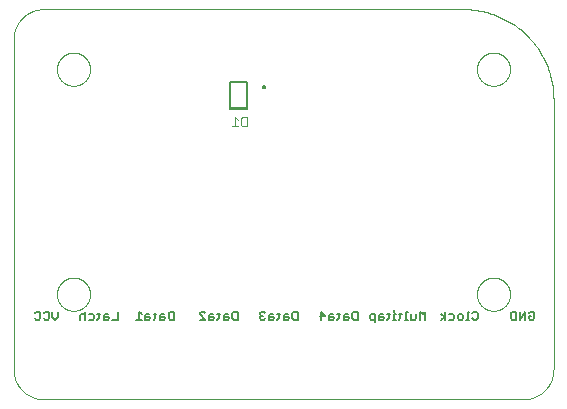
<source format=gbo>
G75*
%MOIN*%
%OFA0B0*%
%FSLAX25Y25*%
%IPPOS*%
%LPD*%
%AMOC8*
5,1,8,0,0,1.08239X$1,22.5*
%
%ADD10C,0.00000*%
%ADD11C,0.00500*%
%ADD12C,0.00787*%
%ADD13C,0.00300*%
D10*
X0022200Y0013565D02*
X0182200Y0013565D01*
X0182442Y0013568D01*
X0182683Y0013577D01*
X0182924Y0013591D01*
X0183165Y0013612D01*
X0183405Y0013638D01*
X0183645Y0013670D01*
X0183884Y0013708D01*
X0184121Y0013751D01*
X0184358Y0013801D01*
X0184593Y0013856D01*
X0184827Y0013916D01*
X0185059Y0013983D01*
X0185290Y0014054D01*
X0185519Y0014132D01*
X0185746Y0014215D01*
X0185971Y0014303D01*
X0186194Y0014397D01*
X0186414Y0014496D01*
X0186632Y0014601D01*
X0186847Y0014710D01*
X0187060Y0014825D01*
X0187270Y0014945D01*
X0187476Y0015070D01*
X0187680Y0015200D01*
X0187881Y0015335D01*
X0188078Y0015475D01*
X0188272Y0015619D01*
X0188462Y0015768D01*
X0188648Y0015922D01*
X0188831Y0016080D01*
X0189010Y0016242D01*
X0189185Y0016409D01*
X0189356Y0016580D01*
X0189523Y0016755D01*
X0189685Y0016934D01*
X0189843Y0017117D01*
X0189997Y0017303D01*
X0190146Y0017493D01*
X0190290Y0017687D01*
X0190430Y0017884D01*
X0190565Y0018085D01*
X0190695Y0018289D01*
X0190820Y0018495D01*
X0190940Y0018705D01*
X0191055Y0018918D01*
X0191164Y0019133D01*
X0191269Y0019351D01*
X0191368Y0019571D01*
X0191462Y0019794D01*
X0191550Y0020019D01*
X0191633Y0020246D01*
X0191711Y0020475D01*
X0191782Y0020706D01*
X0191849Y0020938D01*
X0191909Y0021172D01*
X0191964Y0021407D01*
X0192014Y0021644D01*
X0192057Y0021881D01*
X0192095Y0022120D01*
X0192127Y0022360D01*
X0192153Y0022600D01*
X0192174Y0022841D01*
X0192188Y0023082D01*
X0192197Y0023323D01*
X0192200Y0023565D01*
X0192200Y0113565D01*
X0166688Y0123565D02*
X0166690Y0123713D01*
X0166696Y0123861D01*
X0166706Y0124009D01*
X0166720Y0124156D01*
X0166738Y0124303D01*
X0166759Y0124449D01*
X0166785Y0124595D01*
X0166815Y0124740D01*
X0166848Y0124884D01*
X0166886Y0125027D01*
X0166927Y0125169D01*
X0166972Y0125310D01*
X0167020Y0125450D01*
X0167073Y0125589D01*
X0167129Y0125726D01*
X0167189Y0125861D01*
X0167252Y0125995D01*
X0167319Y0126127D01*
X0167390Y0126257D01*
X0167464Y0126385D01*
X0167541Y0126511D01*
X0167622Y0126635D01*
X0167706Y0126757D01*
X0167793Y0126876D01*
X0167884Y0126993D01*
X0167978Y0127108D01*
X0168074Y0127220D01*
X0168174Y0127330D01*
X0168276Y0127436D01*
X0168382Y0127540D01*
X0168490Y0127641D01*
X0168601Y0127739D01*
X0168714Y0127835D01*
X0168830Y0127927D01*
X0168948Y0128016D01*
X0169069Y0128101D01*
X0169192Y0128184D01*
X0169317Y0128263D01*
X0169444Y0128339D01*
X0169573Y0128411D01*
X0169704Y0128480D01*
X0169837Y0128545D01*
X0169972Y0128606D01*
X0170108Y0128664D01*
X0170245Y0128719D01*
X0170384Y0128769D01*
X0170525Y0128816D01*
X0170666Y0128859D01*
X0170809Y0128899D01*
X0170953Y0128934D01*
X0171097Y0128966D01*
X0171243Y0128993D01*
X0171389Y0129017D01*
X0171536Y0129037D01*
X0171683Y0129053D01*
X0171830Y0129065D01*
X0171978Y0129073D01*
X0172126Y0129077D01*
X0172274Y0129077D01*
X0172422Y0129073D01*
X0172570Y0129065D01*
X0172717Y0129053D01*
X0172864Y0129037D01*
X0173011Y0129017D01*
X0173157Y0128993D01*
X0173303Y0128966D01*
X0173447Y0128934D01*
X0173591Y0128899D01*
X0173734Y0128859D01*
X0173875Y0128816D01*
X0174016Y0128769D01*
X0174155Y0128719D01*
X0174292Y0128664D01*
X0174428Y0128606D01*
X0174563Y0128545D01*
X0174696Y0128480D01*
X0174827Y0128411D01*
X0174956Y0128339D01*
X0175083Y0128263D01*
X0175208Y0128184D01*
X0175331Y0128101D01*
X0175452Y0128016D01*
X0175570Y0127927D01*
X0175686Y0127835D01*
X0175799Y0127739D01*
X0175910Y0127641D01*
X0176018Y0127540D01*
X0176124Y0127436D01*
X0176226Y0127330D01*
X0176326Y0127220D01*
X0176422Y0127108D01*
X0176516Y0126993D01*
X0176607Y0126876D01*
X0176694Y0126757D01*
X0176778Y0126635D01*
X0176859Y0126511D01*
X0176936Y0126385D01*
X0177010Y0126257D01*
X0177081Y0126127D01*
X0177148Y0125995D01*
X0177211Y0125861D01*
X0177271Y0125726D01*
X0177327Y0125589D01*
X0177380Y0125450D01*
X0177428Y0125310D01*
X0177473Y0125169D01*
X0177514Y0125027D01*
X0177552Y0124884D01*
X0177585Y0124740D01*
X0177615Y0124595D01*
X0177641Y0124449D01*
X0177662Y0124303D01*
X0177680Y0124156D01*
X0177694Y0124009D01*
X0177704Y0123861D01*
X0177710Y0123713D01*
X0177712Y0123565D01*
X0177710Y0123417D01*
X0177704Y0123269D01*
X0177694Y0123121D01*
X0177680Y0122974D01*
X0177662Y0122827D01*
X0177641Y0122681D01*
X0177615Y0122535D01*
X0177585Y0122390D01*
X0177552Y0122246D01*
X0177514Y0122103D01*
X0177473Y0121961D01*
X0177428Y0121820D01*
X0177380Y0121680D01*
X0177327Y0121541D01*
X0177271Y0121404D01*
X0177211Y0121269D01*
X0177148Y0121135D01*
X0177081Y0121003D01*
X0177010Y0120873D01*
X0176936Y0120745D01*
X0176859Y0120619D01*
X0176778Y0120495D01*
X0176694Y0120373D01*
X0176607Y0120254D01*
X0176516Y0120137D01*
X0176422Y0120022D01*
X0176326Y0119910D01*
X0176226Y0119800D01*
X0176124Y0119694D01*
X0176018Y0119590D01*
X0175910Y0119489D01*
X0175799Y0119391D01*
X0175686Y0119295D01*
X0175570Y0119203D01*
X0175452Y0119114D01*
X0175331Y0119029D01*
X0175208Y0118946D01*
X0175083Y0118867D01*
X0174956Y0118791D01*
X0174827Y0118719D01*
X0174696Y0118650D01*
X0174563Y0118585D01*
X0174428Y0118524D01*
X0174292Y0118466D01*
X0174155Y0118411D01*
X0174016Y0118361D01*
X0173875Y0118314D01*
X0173734Y0118271D01*
X0173591Y0118231D01*
X0173447Y0118196D01*
X0173303Y0118164D01*
X0173157Y0118137D01*
X0173011Y0118113D01*
X0172864Y0118093D01*
X0172717Y0118077D01*
X0172570Y0118065D01*
X0172422Y0118057D01*
X0172274Y0118053D01*
X0172126Y0118053D01*
X0171978Y0118057D01*
X0171830Y0118065D01*
X0171683Y0118077D01*
X0171536Y0118093D01*
X0171389Y0118113D01*
X0171243Y0118137D01*
X0171097Y0118164D01*
X0170953Y0118196D01*
X0170809Y0118231D01*
X0170666Y0118271D01*
X0170525Y0118314D01*
X0170384Y0118361D01*
X0170245Y0118411D01*
X0170108Y0118466D01*
X0169972Y0118524D01*
X0169837Y0118585D01*
X0169704Y0118650D01*
X0169573Y0118719D01*
X0169444Y0118791D01*
X0169317Y0118867D01*
X0169192Y0118946D01*
X0169069Y0119029D01*
X0168948Y0119114D01*
X0168830Y0119203D01*
X0168714Y0119295D01*
X0168601Y0119391D01*
X0168490Y0119489D01*
X0168382Y0119590D01*
X0168276Y0119694D01*
X0168174Y0119800D01*
X0168074Y0119910D01*
X0167978Y0120022D01*
X0167884Y0120137D01*
X0167793Y0120254D01*
X0167706Y0120373D01*
X0167622Y0120495D01*
X0167541Y0120619D01*
X0167464Y0120745D01*
X0167390Y0120873D01*
X0167319Y0121003D01*
X0167252Y0121135D01*
X0167189Y0121269D01*
X0167129Y0121404D01*
X0167073Y0121541D01*
X0167020Y0121680D01*
X0166972Y0121820D01*
X0166927Y0121961D01*
X0166886Y0122103D01*
X0166848Y0122246D01*
X0166815Y0122390D01*
X0166785Y0122535D01*
X0166759Y0122681D01*
X0166738Y0122827D01*
X0166720Y0122974D01*
X0166706Y0123121D01*
X0166696Y0123269D01*
X0166690Y0123417D01*
X0166688Y0123565D01*
X0162200Y0143565D02*
X0162925Y0143556D01*
X0163649Y0143530D01*
X0164373Y0143486D01*
X0165095Y0143425D01*
X0165816Y0143346D01*
X0166535Y0143250D01*
X0167251Y0143137D01*
X0167964Y0143006D01*
X0168674Y0142858D01*
X0169379Y0142693D01*
X0170081Y0142511D01*
X0170778Y0142312D01*
X0171471Y0142097D01*
X0172157Y0141864D01*
X0172838Y0141615D01*
X0173513Y0141350D01*
X0174181Y0141069D01*
X0174842Y0140771D01*
X0175496Y0140458D01*
X0176142Y0140129D01*
X0176780Y0139784D01*
X0177409Y0139424D01*
X0178029Y0139049D01*
X0178640Y0138659D01*
X0179242Y0138255D01*
X0179834Y0137836D01*
X0180415Y0137402D01*
X0180986Y0136955D01*
X0181545Y0136494D01*
X0182094Y0136020D01*
X0182630Y0135533D01*
X0183155Y0135033D01*
X0183668Y0134520D01*
X0184168Y0133995D01*
X0184655Y0133459D01*
X0185129Y0132910D01*
X0185590Y0132351D01*
X0186037Y0131780D01*
X0186471Y0131199D01*
X0186890Y0130607D01*
X0187294Y0130005D01*
X0187684Y0129394D01*
X0188059Y0128774D01*
X0188419Y0128145D01*
X0188764Y0127507D01*
X0189093Y0126861D01*
X0189406Y0126207D01*
X0189704Y0125546D01*
X0189985Y0124878D01*
X0190250Y0124203D01*
X0190499Y0123522D01*
X0190732Y0122836D01*
X0190947Y0122143D01*
X0191146Y0121446D01*
X0191328Y0120744D01*
X0191493Y0120039D01*
X0191641Y0119329D01*
X0191772Y0118616D01*
X0191885Y0117900D01*
X0191981Y0117181D01*
X0192060Y0116460D01*
X0192121Y0115738D01*
X0192165Y0115014D01*
X0192191Y0114290D01*
X0192200Y0113565D01*
X0162200Y0143565D02*
X0022200Y0143565D01*
X0021958Y0143562D01*
X0021717Y0143553D01*
X0021476Y0143539D01*
X0021235Y0143518D01*
X0020995Y0143492D01*
X0020755Y0143460D01*
X0020516Y0143422D01*
X0020279Y0143379D01*
X0020042Y0143329D01*
X0019807Y0143274D01*
X0019573Y0143214D01*
X0019341Y0143147D01*
X0019110Y0143076D01*
X0018881Y0142998D01*
X0018654Y0142915D01*
X0018429Y0142827D01*
X0018206Y0142733D01*
X0017986Y0142634D01*
X0017768Y0142529D01*
X0017553Y0142420D01*
X0017340Y0142305D01*
X0017130Y0142185D01*
X0016924Y0142060D01*
X0016720Y0141930D01*
X0016519Y0141795D01*
X0016322Y0141655D01*
X0016128Y0141511D01*
X0015938Y0141362D01*
X0015752Y0141208D01*
X0015569Y0141050D01*
X0015390Y0140888D01*
X0015215Y0140721D01*
X0015044Y0140550D01*
X0014877Y0140375D01*
X0014715Y0140196D01*
X0014557Y0140013D01*
X0014403Y0139827D01*
X0014254Y0139637D01*
X0014110Y0139443D01*
X0013970Y0139246D01*
X0013835Y0139045D01*
X0013705Y0138841D01*
X0013580Y0138635D01*
X0013460Y0138425D01*
X0013345Y0138212D01*
X0013236Y0137997D01*
X0013131Y0137779D01*
X0013032Y0137559D01*
X0012938Y0137336D01*
X0012850Y0137111D01*
X0012767Y0136884D01*
X0012689Y0136655D01*
X0012618Y0136424D01*
X0012551Y0136192D01*
X0012491Y0135958D01*
X0012436Y0135723D01*
X0012386Y0135486D01*
X0012343Y0135249D01*
X0012305Y0135010D01*
X0012273Y0134770D01*
X0012247Y0134530D01*
X0012226Y0134289D01*
X0012212Y0134048D01*
X0012203Y0133807D01*
X0012200Y0133565D01*
X0012200Y0023565D01*
X0012203Y0023323D01*
X0012212Y0023082D01*
X0012226Y0022841D01*
X0012247Y0022600D01*
X0012273Y0022360D01*
X0012305Y0022120D01*
X0012343Y0021881D01*
X0012386Y0021644D01*
X0012436Y0021407D01*
X0012491Y0021172D01*
X0012551Y0020938D01*
X0012618Y0020706D01*
X0012689Y0020475D01*
X0012767Y0020246D01*
X0012850Y0020019D01*
X0012938Y0019794D01*
X0013032Y0019571D01*
X0013131Y0019351D01*
X0013236Y0019133D01*
X0013345Y0018918D01*
X0013460Y0018705D01*
X0013580Y0018495D01*
X0013705Y0018289D01*
X0013835Y0018085D01*
X0013970Y0017884D01*
X0014110Y0017687D01*
X0014254Y0017493D01*
X0014403Y0017303D01*
X0014557Y0017117D01*
X0014715Y0016934D01*
X0014877Y0016755D01*
X0015044Y0016580D01*
X0015215Y0016409D01*
X0015390Y0016242D01*
X0015569Y0016080D01*
X0015752Y0015922D01*
X0015938Y0015768D01*
X0016128Y0015619D01*
X0016322Y0015475D01*
X0016519Y0015335D01*
X0016720Y0015200D01*
X0016924Y0015070D01*
X0017130Y0014945D01*
X0017340Y0014825D01*
X0017553Y0014710D01*
X0017768Y0014601D01*
X0017986Y0014496D01*
X0018206Y0014397D01*
X0018429Y0014303D01*
X0018654Y0014215D01*
X0018881Y0014132D01*
X0019110Y0014054D01*
X0019341Y0013983D01*
X0019573Y0013916D01*
X0019807Y0013856D01*
X0020042Y0013801D01*
X0020279Y0013751D01*
X0020516Y0013708D01*
X0020755Y0013670D01*
X0020995Y0013638D01*
X0021235Y0013612D01*
X0021476Y0013591D01*
X0021717Y0013577D01*
X0021958Y0013568D01*
X0022200Y0013565D01*
X0026688Y0048565D02*
X0026690Y0048713D01*
X0026696Y0048861D01*
X0026706Y0049009D01*
X0026720Y0049156D01*
X0026738Y0049303D01*
X0026759Y0049449D01*
X0026785Y0049595D01*
X0026815Y0049740D01*
X0026848Y0049884D01*
X0026886Y0050027D01*
X0026927Y0050169D01*
X0026972Y0050310D01*
X0027020Y0050450D01*
X0027073Y0050589D01*
X0027129Y0050726D01*
X0027189Y0050861D01*
X0027252Y0050995D01*
X0027319Y0051127D01*
X0027390Y0051257D01*
X0027464Y0051385D01*
X0027541Y0051511D01*
X0027622Y0051635D01*
X0027706Y0051757D01*
X0027793Y0051876D01*
X0027884Y0051993D01*
X0027978Y0052108D01*
X0028074Y0052220D01*
X0028174Y0052330D01*
X0028276Y0052436D01*
X0028382Y0052540D01*
X0028490Y0052641D01*
X0028601Y0052739D01*
X0028714Y0052835D01*
X0028830Y0052927D01*
X0028948Y0053016D01*
X0029069Y0053101D01*
X0029192Y0053184D01*
X0029317Y0053263D01*
X0029444Y0053339D01*
X0029573Y0053411D01*
X0029704Y0053480D01*
X0029837Y0053545D01*
X0029972Y0053606D01*
X0030108Y0053664D01*
X0030245Y0053719D01*
X0030384Y0053769D01*
X0030525Y0053816D01*
X0030666Y0053859D01*
X0030809Y0053899D01*
X0030953Y0053934D01*
X0031097Y0053966D01*
X0031243Y0053993D01*
X0031389Y0054017D01*
X0031536Y0054037D01*
X0031683Y0054053D01*
X0031830Y0054065D01*
X0031978Y0054073D01*
X0032126Y0054077D01*
X0032274Y0054077D01*
X0032422Y0054073D01*
X0032570Y0054065D01*
X0032717Y0054053D01*
X0032864Y0054037D01*
X0033011Y0054017D01*
X0033157Y0053993D01*
X0033303Y0053966D01*
X0033447Y0053934D01*
X0033591Y0053899D01*
X0033734Y0053859D01*
X0033875Y0053816D01*
X0034016Y0053769D01*
X0034155Y0053719D01*
X0034292Y0053664D01*
X0034428Y0053606D01*
X0034563Y0053545D01*
X0034696Y0053480D01*
X0034827Y0053411D01*
X0034956Y0053339D01*
X0035083Y0053263D01*
X0035208Y0053184D01*
X0035331Y0053101D01*
X0035452Y0053016D01*
X0035570Y0052927D01*
X0035686Y0052835D01*
X0035799Y0052739D01*
X0035910Y0052641D01*
X0036018Y0052540D01*
X0036124Y0052436D01*
X0036226Y0052330D01*
X0036326Y0052220D01*
X0036422Y0052108D01*
X0036516Y0051993D01*
X0036607Y0051876D01*
X0036694Y0051757D01*
X0036778Y0051635D01*
X0036859Y0051511D01*
X0036936Y0051385D01*
X0037010Y0051257D01*
X0037081Y0051127D01*
X0037148Y0050995D01*
X0037211Y0050861D01*
X0037271Y0050726D01*
X0037327Y0050589D01*
X0037380Y0050450D01*
X0037428Y0050310D01*
X0037473Y0050169D01*
X0037514Y0050027D01*
X0037552Y0049884D01*
X0037585Y0049740D01*
X0037615Y0049595D01*
X0037641Y0049449D01*
X0037662Y0049303D01*
X0037680Y0049156D01*
X0037694Y0049009D01*
X0037704Y0048861D01*
X0037710Y0048713D01*
X0037712Y0048565D01*
X0037710Y0048417D01*
X0037704Y0048269D01*
X0037694Y0048121D01*
X0037680Y0047974D01*
X0037662Y0047827D01*
X0037641Y0047681D01*
X0037615Y0047535D01*
X0037585Y0047390D01*
X0037552Y0047246D01*
X0037514Y0047103D01*
X0037473Y0046961D01*
X0037428Y0046820D01*
X0037380Y0046680D01*
X0037327Y0046541D01*
X0037271Y0046404D01*
X0037211Y0046269D01*
X0037148Y0046135D01*
X0037081Y0046003D01*
X0037010Y0045873D01*
X0036936Y0045745D01*
X0036859Y0045619D01*
X0036778Y0045495D01*
X0036694Y0045373D01*
X0036607Y0045254D01*
X0036516Y0045137D01*
X0036422Y0045022D01*
X0036326Y0044910D01*
X0036226Y0044800D01*
X0036124Y0044694D01*
X0036018Y0044590D01*
X0035910Y0044489D01*
X0035799Y0044391D01*
X0035686Y0044295D01*
X0035570Y0044203D01*
X0035452Y0044114D01*
X0035331Y0044029D01*
X0035208Y0043946D01*
X0035083Y0043867D01*
X0034956Y0043791D01*
X0034827Y0043719D01*
X0034696Y0043650D01*
X0034563Y0043585D01*
X0034428Y0043524D01*
X0034292Y0043466D01*
X0034155Y0043411D01*
X0034016Y0043361D01*
X0033875Y0043314D01*
X0033734Y0043271D01*
X0033591Y0043231D01*
X0033447Y0043196D01*
X0033303Y0043164D01*
X0033157Y0043137D01*
X0033011Y0043113D01*
X0032864Y0043093D01*
X0032717Y0043077D01*
X0032570Y0043065D01*
X0032422Y0043057D01*
X0032274Y0043053D01*
X0032126Y0043053D01*
X0031978Y0043057D01*
X0031830Y0043065D01*
X0031683Y0043077D01*
X0031536Y0043093D01*
X0031389Y0043113D01*
X0031243Y0043137D01*
X0031097Y0043164D01*
X0030953Y0043196D01*
X0030809Y0043231D01*
X0030666Y0043271D01*
X0030525Y0043314D01*
X0030384Y0043361D01*
X0030245Y0043411D01*
X0030108Y0043466D01*
X0029972Y0043524D01*
X0029837Y0043585D01*
X0029704Y0043650D01*
X0029573Y0043719D01*
X0029444Y0043791D01*
X0029317Y0043867D01*
X0029192Y0043946D01*
X0029069Y0044029D01*
X0028948Y0044114D01*
X0028830Y0044203D01*
X0028714Y0044295D01*
X0028601Y0044391D01*
X0028490Y0044489D01*
X0028382Y0044590D01*
X0028276Y0044694D01*
X0028174Y0044800D01*
X0028074Y0044910D01*
X0027978Y0045022D01*
X0027884Y0045137D01*
X0027793Y0045254D01*
X0027706Y0045373D01*
X0027622Y0045495D01*
X0027541Y0045619D01*
X0027464Y0045745D01*
X0027390Y0045873D01*
X0027319Y0046003D01*
X0027252Y0046135D01*
X0027189Y0046269D01*
X0027129Y0046404D01*
X0027073Y0046541D01*
X0027020Y0046680D01*
X0026972Y0046820D01*
X0026927Y0046961D01*
X0026886Y0047103D01*
X0026848Y0047246D01*
X0026815Y0047390D01*
X0026785Y0047535D01*
X0026759Y0047681D01*
X0026738Y0047827D01*
X0026720Y0047974D01*
X0026706Y0048121D01*
X0026696Y0048269D01*
X0026690Y0048417D01*
X0026688Y0048565D01*
X0026688Y0123565D02*
X0026690Y0123713D01*
X0026696Y0123861D01*
X0026706Y0124009D01*
X0026720Y0124156D01*
X0026738Y0124303D01*
X0026759Y0124449D01*
X0026785Y0124595D01*
X0026815Y0124740D01*
X0026848Y0124884D01*
X0026886Y0125027D01*
X0026927Y0125169D01*
X0026972Y0125310D01*
X0027020Y0125450D01*
X0027073Y0125589D01*
X0027129Y0125726D01*
X0027189Y0125861D01*
X0027252Y0125995D01*
X0027319Y0126127D01*
X0027390Y0126257D01*
X0027464Y0126385D01*
X0027541Y0126511D01*
X0027622Y0126635D01*
X0027706Y0126757D01*
X0027793Y0126876D01*
X0027884Y0126993D01*
X0027978Y0127108D01*
X0028074Y0127220D01*
X0028174Y0127330D01*
X0028276Y0127436D01*
X0028382Y0127540D01*
X0028490Y0127641D01*
X0028601Y0127739D01*
X0028714Y0127835D01*
X0028830Y0127927D01*
X0028948Y0128016D01*
X0029069Y0128101D01*
X0029192Y0128184D01*
X0029317Y0128263D01*
X0029444Y0128339D01*
X0029573Y0128411D01*
X0029704Y0128480D01*
X0029837Y0128545D01*
X0029972Y0128606D01*
X0030108Y0128664D01*
X0030245Y0128719D01*
X0030384Y0128769D01*
X0030525Y0128816D01*
X0030666Y0128859D01*
X0030809Y0128899D01*
X0030953Y0128934D01*
X0031097Y0128966D01*
X0031243Y0128993D01*
X0031389Y0129017D01*
X0031536Y0129037D01*
X0031683Y0129053D01*
X0031830Y0129065D01*
X0031978Y0129073D01*
X0032126Y0129077D01*
X0032274Y0129077D01*
X0032422Y0129073D01*
X0032570Y0129065D01*
X0032717Y0129053D01*
X0032864Y0129037D01*
X0033011Y0129017D01*
X0033157Y0128993D01*
X0033303Y0128966D01*
X0033447Y0128934D01*
X0033591Y0128899D01*
X0033734Y0128859D01*
X0033875Y0128816D01*
X0034016Y0128769D01*
X0034155Y0128719D01*
X0034292Y0128664D01*
X0034428Y0128606D01*
X0034563Y0128545D01*
X0034696Y0128480D01*
X0034827Y0128411D01*
X0034956Y0128339D01*
X0035083Y0128263D01*
X0035208Y0128184D01*
X0035331Y0128101D01*
X0035452Y0128016D01*
X0035570Y0127927D01*
X0035686Y0127835D01*
X0035799Y0127739D01*
X0035910Y0127641D01*
X0036018Y0127540D01*
X0036124Y0127436D01*
X0036226Y0127330D01*
X0036326Y0127220D01*
X0036422Y0127108D01*
X0036516Y0126993D01*
X0036607Y0126876D01*
X0036694Y0126757D01*
X0036778Y0126635D01*
X0036859Y0126511D01*
X0036936Y0126385D01*
X0037010Y0126257D01*
X0037081Y0126127D01*
X0037148Y0125995D01*
X0037211Y0125861D01*
X0037271Y0125726D01*
X0037327Y0125589D01*
X0037380Y0125450D01*
X0037428Y0125310D01*
X0037473Y0125169D01*
X0037514Y0125027D01*
X0037552Y0124884D01*
X0037585Y0124740D01*
X0037615Y0124595D01*
X0037641Y0124449D01*
X0037662Y0124303D01*
X0037680Y0124156D01*
X0037694Y0124009D01*
X0037704Y0123861D01*
X0037710Y0123713D01*
X0037712Y0123565D01*
X0037710Y0123417D01*
X0037704Y0123269D01*
X0037694Y0123121D01*
X0037680Y0122974D01*
X0037662Y0122827D01*
X0037641Y0122681D01*
X0037615Y0122535D01*
X0037585Y0122390D01*
X0037552Y0122246D01*
X0037514Y0122103D01*
X0037473Y0121961D01*
X0037428Y0121820D01*
X0037380Y0121680D01*
X0037327Y0121541D01*
X0037271Y0121404D01*
X0037211Y0121269D01*
X0037148Y0121135D01*
X0037081Y0121003D01*
X0037010Y0120873D01*
X0036936Y0120745D01*
X0036859Y0120619D01*
X0036778Y0120495D01*
X0036694Y0120373D01*
X0036607Y0120254D01*
X0036516Y0120137D01*
X0036422Y0120022D01*
X0036326Y0119910D01*
X0036226Y0119800D01*
X0036124Y0119694D01*
X0036018Y0119590D01*
X0035910Y0119489D01*
X0035799Y0119391D01*
X0035686Y0119295D01*
X0035570Y0119203D01*
X0035452Y0119114D01*
X0035331Y0119029D01*
X0035208Y0118946D01*
X0035083Y0118867D01*
X0034956Y0118791D01*
X0034827Y0118719D01*
X0034696Y0118650D01*
X0034563Y0118585D01*
X0034428Y0118524D01*
X0034292Y0118466D01*
X0034155Y0118411D01*
X0034016Y0118361D01*
X0033875Y0118314D01*
X0033734Y0118271D01*
X0033591Y0118231D01*
X0033447Y0118196D01*
X0033303Y0118164D01*
X0033157Y0118137D01*
X0033011Y0118113D01*
X0032864Y0118093D01*
X0032717Y0118077D01*
X0032570Y0118065D01*
X0032422Y0118057D01*
X0032274Y0118053D01*
X0032126Y0118053D01*
X0031978Y0118057D01*
X0031830Y0118065D01*
X0031683Y0118077D01*
X0031536Y0118093D01*
X0031389Y0118113D01*
X0031243Y0118137D01*
X0031097Y0118164D01*
X0030953Y0118196D01*
X0030809Y0118231D01*
X0030666Y0118271D01*
X0030525Y0118314D01*
X0030384Y0118361D01*
X0030245Y0118411D01*
X0030108Y0118466D01*
X0029972Y0118524D01*
X0029837Y0118585D01*
X0029704Y0118650D01*
X0029573Y0118719D01*
X0029444Y0118791D01*
X0029317Y0118867D01*
X0029192Y0118946D01*
X0029069Y0119029D01*
X0028948Y0119114D01*
X0028830Y0119203D01*
X0028714Y0119295D01*
X0028601Y0119391D01*
X0028490Y0119489D01*
X0028382Y0119590D01*
X0028276Y0119694D01*
X0028174Y0119800D01*
X0028074Y0119910D01*
X0027978Y0120022D01*
X0027884Y0120137D01*
X0027793Y0120254D01*
X0027706Y0120373D01*
X0027622Y0120495D01*
X0027541Y0120619D01*
X0027464Y0120745D01*
X0027390Y0120873D01*
X0027319Y0121003D01*
X0027252Y0121135D01*
X0027189Y0121269D01*
X0027129Y0121404D01*
X0027073Y0121541D01*
X0027020Y0121680D01*
X0026972Y0121820D01*
X0026927Y0121961D01*
X0026886Y0122103D01*
X0026848Y0122246D01*
X0026815Y0122390D01*
X0026785Y0122535D01*
X0026759Y0122681D01*
X0026738Y0122827D01*
X0026720Y0122974D01*
X0026706Y0123121D01*
X0026696Y0123269D01*
X0026690Y0123417D01*
X0026688Y0123565D01*
X0166688Y0048565D02*
X0166690Y0048713D01*
X0166696Y0048861D01*
X0166706Y0049009D01*
X0166720Y0049156D01*
X0166738Y0049303D01*
X0166759Y0049449D01*
X0166785Y0049595D01*
X0166815Y0049740D01*
X0166848Y0049884D01*
X0166886Y0050027D01*
X0166927Y0050169D01*
X0166972Y0050310D01*
X0167020Y0050450D01*
X0167073Y0050589D01*
X0167129Y0050726D01*
X0167189Y0050861D01*
X0167252Y0050995D01*
X0167319Y0051127D01*
X0167390Y0051257D01*
X0167464Y0051385D01*
X0167541Y0051511D01*
X0167622Y0051635D01*
X0167706Y0051757D01*
X0167793Y0051876D01*
X0167884Y0051993D01*
X0167978Y0052108D01*
X0168074Y0052220D01*
X0168174Y0052330D01*
X0168276Y0052436D01*
X0168382Y0052540D01*
X0168490Y0052641D01*
X0168601Y0052739D01*
X0168714Y0052835D01*
X0168830Y0052927D01*
X0168948Y0053016D01*
X0169069Y0053101D01*
X0169192Y0053184D01*
X0169317Y0053263D01*
X0169444Y0053339D01*
X0169573Y0053411D01*
X0169704Y0053480D01*
X0169837Y0053545D01*
X0169972Y0053606D01*
X0170108Y0053664D01*
X0170245Y0053719D01*
X0170384Y0053769D01*
X0170525Y0053816D01*
X0170666Y0053859D01*
X0170809Y0053899D01*
X0170953Y0053934D01*
X0171097Y0053966D01*
X0171243Y0053993D01*
X0171389Y0054017D01*
X0171536Y0054037D01*
X0171683Y0054053D01*
X0171830Y0054065D01*
X0171978Y0054073D01*
X0172126Y0054077D01*
X0172274Y0054077D01*
X0172422Y0054073D01*
X0172570Y0054065D01*
X0172717Y0054053D01*
X0172864Y0054037D01*
X0173011Y0054017D01*
X0173157Y0053993D01*
X0173303Y0053966D01*
X0173447Y0053934D01*
X0173591Y0053899D01*
X0173734Y0053859D01*
X0173875Y0053816D01*
X0174016Y0053769D01*
X0174155Y0053719D01*
X0174292Y0053664D01*
X0174428Y0053606D01*
X0174563Y0053545D01*
X0174696Y0053480D01*
X0174827Y0053411D01*
X0174956Y0053339D01*
X0175083Y0053263D01*
X0175208Y0053184D01*
X0175331Y0053101D01*
X0175452Y0053016D01*
X0175570Y0052927D01*
X0175686Y0052835D01*
X0175799Y0052739D01*
X0175910Y0052641D01*
X0176018Y0052540D01*
X0176124Y0052436D01*
X0176226Y0052330D01*
X0176326Y0052220D01*
X0176422Y0052108D01*
X0176516Y0051993D01*
X0176607Y0051876D01*
X0176694Y0051757D01*
X0176778Y0051635D01*
X0176859Y0051511D01*
X0176936Y0051385D01*
X0177010Y0051257D01*
X0177081Y0051127D01*
X0177148Y0050995D01*
X0177211Y0050861D01*
X0177271Y0050726D01*
X0177327Y0050589D01*
X0177380Y0050450D01*
X0177428Y0050310D01*
X0177473Y0050169D01*
X0177514Y0050027D01*
X0177552Y0049884D01*
X0177585Y0049740D01*
X0177615Y0049595D01*
X0177641Y0049449D01*
X0177662Y0049303D01*
X0177680Y0049156D01*
X0177694Y0049009D01*
X0177704Y0048861D01*
X0177710Y0048713D01*
X0177712Y0048565D01*
X0177710Y0048417D01*
X0177704Y0048269D01*
X0177694Y0048121D01*
X0177680Y0047974D01*
X0177662Y0047827D01*
X0177641Y0047681D01*
X0177615Y0047535D01*
X0177585Y0047390D01*
X0177552Y0047246D01*
X0177514Y0047103D01*
X0177473Y0046961D01*
X0177428Y0046820D01*
X0177380Y0046680D01*
X0177327Y0046541D01*
X0177271Y0046404D01*
X0177211Y0046269D01*
X0177148Y0046135D01*
X0177081Y0046003D01*
X0177010Y0045873D01*
X0176936Y0045745D01*
X0176859Y0045619D01*
X0176778Y0045495D01*
X0176694Y0045373D01*
X0176607Y0045254D01*
X0176516Y0045137D01*
X0176422Y0045022D01*
X0176326Y0044910D01*
X0176226Y0044800D01*
X0176124Y0044694D01*
X0176018Y0044590D01*
X0175910Y0044489D01*
X0175799Y0044391D01*
X0175686Y0044295D01*
X0175570Y0044203D01*
X0175452Y0044114D01*
X0175331Y0044029D01*
X0175208Y0043946D01*
X0175083Y0043867D01*
X0174956Y0043791D01*
X0174827Y0043719D01*
X0174696Y0043650D01*
X0174563Y0043585D01*
X0174428Y0043524D01*
X0174292Y0043466D01*
X0174155Y0043411D01*
X0174016Y0043361D01*
X0173875Y0043314D01*
X0173734Y0043271D01*
X0173591Y0043231D01*
X0173447Y0043196D01*
X0173303Y0043164D01*
X0173157Y0043137D01*
X0173011Y0043113D01*
X0172864Y0043093D01*
X0172717Y0043077D01*
X0172570Y0043065D01*
X0172422Y0043057D01*
X0172274Y0043053D01*
X0172126Y0043053D01*
X0171978Y0043057D01*
X0171830Y0043065D01*
X0171683Y0043077D01*
X0171536Y0043093D01*
X0171389Y0043113D01*
X0171243Y0043137D01*
X0171097Y0043164D01*
X0170953Y0043196D01*
X0170809Y0043231D01*
X0170666Y0043271D01*
X0170525Y0043314D01*
X0170384Y0043361D01*
X0170245Y0043411D01*
X0170108Y0043466D01*
X0169972Y0043524D01*
X0169837Y0043585D01*
X0169704Y0043650D01*
X0169573Y0043719D01*
X0169444Y0043791D01*
X0169317Y0043867D01*
X0169192Y0043946D01*
X0169069Y0044029D01*
X0168948Y0044114D01*
X0168830Y0044203D01*
X0168714Y0044295D01*
X0168601Y0044391D01*
X0168490Y0044489D01*
X0168382Y0044590D01*
X0168276Y0044694D01*
X0168174Y0044800D01*
X0168074Y0044910D01*
X0167978Y0045022D01*
X0167884Y0045137D01*
X0167793Y0045254D01*
X0167706Y0045373D01*
X0167622Y0045495D01*
X0167541Y0045619D01*
X0167464Y0045745D01*
X0167390Y0045873D01*
X0167319Y0046003D01*
X0167252Y0046135D01*
X0167189Y0046269D01*
X0167129Y0046404D01*
X0167073Y0046541D01*
X0167020Y0046680D01*
X0166972Y0046820D01*
X0166927Y0046961D01*
X0166886Y0047103D01*
X0166848Y0047246D01*
X0166815Y0047390D01*
X0166785Y0047535D01*
X0166759Y0047681D01*
X0166738Y0047827D01*
X0166720Y0047974D01*
X0166706Y0048121D01*
X0166696Y0048269D01*
X0166690Y0048417D01*
X0166688Y0048565D01*
D11*
X0166500Y0042768D02*
X0166950Y0042317D01*
X0166950Y0040516D01*
X0166500Y0040065D01*
X0165599Y0040065D01*
X0165148Y0040516D01*
X0164003Y0040065D02*
X0163103Y0040065D01*
X0163553Y0040065D02*
X0163553Y0042768D01*
X0164003Y0042768D01*
X0165148Y0042317D02*
X0165599Y0042768D01*
X0166500Y0042768D01*
X0162039Y0041416D02*
X0162039Y0040516D01*
X0161589Y0040065D01*
X0160688Y0040065D01*
X0160238Y0040516D01*
X0160238Y0041416D01*
X0160688Y0041867D01*
X0161589Y0041867D01*
X0162039Y0041416D01*
X0159093Y0041416D02*
X0159093Y0040516D01*
X0158642Y0040065D01*
X0157291Y0040065D01*
X0156146Y0040065D02*
X0156146Y0042768D01*
X0157291Y0041867D02*
X0158642Y0041867D01*
X0159093Y0041416D01*
X0156146Y0040966D02*
X0154795Y0041867D01*
X0156146Y0040966D02*
X0154795Y0040065D01*
X0149450Y0040065D02*
X0149450Y0042768D01*
X0148549Y0041867D01*
X0147648Y0042768D01*
X0147648Y0040065D01*
X0146503Y0040516D02*
X0146053Y0040065D01*
X0144702Y0040065D01*
X0144702Y0041867D01*
X0143557Y0042768D02*
X0143107Y0042768D01*
X0143107Y0040065D01*
X0143557Y0040065D02*
X0142656Y0040065D01*
X0141142Y0040516D02*
X0141142Y0042317D01*
X0140692Y0041867D02*
X0141593Y0041867D01*
X0141142Y0040516D02*
X0140692Y0040065D01*
X0139628Y0040065D02*
X0138728Y0040065D01*
X0139178Y0040065D02*
X0139178Y0041867D01*
X0139628Y0041867D01*
X0139178Y0042768D02*
X0139178Y0043218D01*
X0137664Y0041867D02*
X0136763Y0041867D01*
X0137214Y0042317D02*
X0137214Y0040516D01*
X0136763Y0040065D01*
X0135700Y0040516D02*
X0135249Y0040966D01*
X0133898Y0040966D01*
X0133898Y0041416D02*
X0133898Y0040065D01*
X0135249Y0040065D01*
X0135700Y0040516D01*
X0135249Y0041867D02*
X0134348Y0041867D01*
X0133898Y0041416D01*
X0132753Y0041867D02*
X0131402Y0041867D01*
X0130952Y0041416D01*
X0130952Y0040516D01*
X0131402Y0040065D01*
X0132753Y0040065D01*
X0132753Y0039165D02*
X0132753Y0041867D01*
X0126950Y0042768D02*
X0126950Y0040065D01*
X0125599Y0040065D01*
X0125148Y0040516D01*
X0125148Y0042317D01*
X0125599Y0042768D01*
X0126950Y0042768D01*
X0123553Y0041867D02*
X0122652Y0041867D01*
X0122202Y0041416D01*
X0122202Y0040065D01*
X0123553Y0040065D01*
X0124003Y0040516D01*
X0123553Y0040966D01*
X0122202Y0040966D01*
X0121057Y0041867D02*
X0120156Y0041867D01*
X0120607Y0042317D02*
X0120607Y0040516D01*
X0120156Y0040065D01*
X0119093Y0040516D02*
X0118642Y0040966D01*
X0117291Y0040966D01*
X0117291Y0041416D02*
X0117291Y0040065D01*
X0118642Y0040065D01*
X0119093Y0040516D01*
X0118642Y0041867D02*
X0117741Y0041867D01*
X0117291Y0041416D01*
X0116146Y0041416D02*
X0114345Y0041416D01*
X0114795Y0040065D02*
X0114795Y0042768D01*
X0116146Y0041416D01*
X0106950Y0040065D02*
X0105599Y0040065D01*
X0105148Y0040516D01*
X0105148Y0042317D01*
X0105599Y0042768D01*
X0106950Y0042768D01*
X0106950Y0040065D01*
X0104003Y0040516D02*
X0103553Y0040966D01*
X0102202Y0040966D01*
X0102202Y0041416D02*
X0102202Y0040065D01*
X0103553Y0040065D01*
X0104003Y0040516D01*
X0103553Y0041867D02*
X0102652Y0041867D01*
X0102202Y0041416D01*
X0101057Y0041867D02*
X0100156Y0041867D01*
X0100607Y0042317D02*
X0100607Y0040516D01*
X0100156Y0040065D01*
X0099093Y0040516D02*
X0098642Y0040966D01*
X0097291Y0040966D01*
X0097291Y0041416D02*
X0097291Y0040065D01*
X0098642Y0040065D01*
X0099093Y0040516D01*
X0098642Y0041867D02*
X0097741Y0041867D01*
X0097291Y0041416D01*
X0096146Y0040516D02*
X0095696Y0040065D01*
X0094795Y0040065D01*
X0094345Y0040516D01*
X0094345Y0040966D01*
X0094795Y0041416D01*
X0095245Y0041416D01*
X0094795Y0041416D02*
X0094345Y0041867D01*
X0094345Y0042317D01*
X0094795Y0042768D01*
X0095696Y0042768D01*
X0096146Y0042317D01*
X0086950Y0042768D02*
X0086950Y0040065D01*
X0085599Y0040065D01*
X0085148Y0040516D01*
X0085148Y0042317D01*
X0085599Y0042768D01*
X0086950Y0042768D01*
X0084003Y0040516D02*
X0083553Y0040966D01*
X0082202Y0040966D01*
X0082202Y0041416D02*
X0082202Y0040065D01*
X0083553Y0040065D01*
X0084003Y0040516D01*
X0083553Y0041867D02*
X0082652Y0041867D01*
X0082202Y0041416D01*
X0081057Y0041867D02*
X0080156Y0041867D01*
X0080607Y0042317D02*
X0080607Y0040516D01*
X0080156Y0040065D01*
X0079093Y0040516D02*
X0078642Y0040966D01*
X0077291Y0040966D01*
X0077291Y0041416D02*
X0077291Y0040065D01*
X0078642Y0040065D01*
X0079093Y0040516D01*
X0078642Y0041867D02*
X0077741Y0041867D01*
X0077291Y0041416D01*
X0076146Y0042317D02*
X0075696Y0042768D01*
X0074795Y0042768D01*
X0074345Y0042317D01*
X0074345Y0041867D01*
X0076146Y0040065D01*
X0074345Y0040065D01*
X0065700Y0040065D02*
X0064349Y0040065D01*
X0063898Y0040516D01*
X0063898Y0042317D01*
X0064349Y0042768D01*
X0065700Y0042768D01*
X0065700Y0040065D01*
X0062753Y0040516D02*
X0062303Y0040966D01*
X0060952Y0040966D01*
X0060952Y0041416D02*
X0060952Y0040065D01*
X0062303Y0040065D01*
X0062753Y0040516D01*
X0062303Y0041867D02*
X0061402Y0041867D01*
X0060952Y0041416D01*
X0059807Y0041867D02*
X0058906Y0041867D01*
X0059357Y0042317D02*
X0059357Y0040516D01*
X0058906Y0040065D01*
X0057843Y0040516D02*
X0057392Y0040966D01*
X0056041Y0040966D01*
X0056041Y0041416D02*
X0056041Y0040065D01*
X0057392Y0040065D01*
X0057843Y0040516D01*
X0057392Y0041867D02*
X0056491Y0041867D01*
X0056041Y0041416D01*
X0054896Y0041867D02*
X0053995Y0042768D01*
X0053995Y0040065D01*
X0053095Y0040065D02*
X0054896Y0040065D01*
X0046950Y0040065D02*
X0045148Y0040065D01*
X0044003Y0040516D02*
X0043553Y0040966D01*
X0042202Y0040966D01*
X0042202Y0041416D02*
X0042202Y0040065D01*
X0043553Y0040065D01*
X0044003Y0040516D01*
X0043553Y0041867D02*
X0042652Y0041867D01*
X0042202Y0041416D01*
X0041057Y0041867D02*
X0040156Y0041867D01*
X0040607Y0042317D02*
X0040607Y0040516D01*
X0040156Y0040065D01*
X0039093Y0040516D02*
X0038642Y0040065D01*
X0037291Y0040065D01*
X0036146Y0040065D02*
X0036146Y0042768D01*
X0035696Y0041867D02*
X0034795Y0041867D01*
X0034345Y0041416D01*
X0034345Y0040065D01*
X0036146Y0041416D02*
X0035696Y0041867D01*
X0037291Y0041867D02*
X0038642Y0041867D01*
X0039093Y0041416D01*
X0039093Y0040516D01*
X0046950Y0040065D02*
X0046950Y0042768D01*
X0026950Y0042768D02*
X0026950Y0040966D01*
X0026049Y0040065D01*
X0025148Y0040966D01*
X0025148Y0042768D01*
X0024003Y0042317D02*
X0024003Y0040516D01*
X0023553Y0040065D01*
X0022652Y0040065D01*
X0022202Y0040516D01*
X0021057Y0040516D02*
X0021057Y0042317D01*
X0020607Y0042768D01*
X0019706Y0042768D01*
X0019255Y0042317D01*
X0019255Y0040516D02*
X0019706Y0040065D01*
X0020607Y0040065D01*
X0021057Y0040516D01*
X0022202Y0042317D02*
X0022652Y0042768D01*
X0023553Y0042768D01*
X0024003Y0042317D01*
X0084523Y0110209D02*
X0089877Y0110209D01*
X0089877Y0110485D02*
X0089877Y0119146D01*
X0084523Y0119146D01*
X0084523Y0110485D01*
X0089877Y0110485D01*
X0089877Y0119422D02*
X0084523Y0119422D01*
X0146503Y0041867D02*
X0146503Y0040516D01*
X0178005Y0040516D02*
X0178005Y0042317D01*
X0178456Y0042768D01*
X0179807Y0042768D01*
X0179807Y0040065D01*
X0178456Y0040065D01*
X0178005Y0040516D01*
X0180952Y0040065D02*
X0180952Y0042768D01*
X0182753Y0042768D02*
X0180952Y0040065D01*
X0182753Y0040065D02*
X0182753Y0042768D01*
X0183898Y0042317D02*
X0184349Y0042768D01*
X0185250Y0042768D01*
X0185700Y0042317D01*
X0185700Y0040516D01*
X0185250Y0040065D01*
X0184349Y0040065D01*
X0183898Y0040516D01*
X0183898Y0041416D01*
X0184799Y0041416D01*
D12*
X0095271Y0117571D02*
X0095273Y0117610D01*
X0095279Y0117649D01*
X0095289Y0117687D01*
X0095302Y0117724D01*
X0095319Y0117759D01*
X0095339Y0117793D01*
X0095363Y0117824D01*
X0095390Y0117853D01*
X0095419Y0117879D01*
X0095451Y0117902D01*
X0095485Y0117922D01*
X0095521Y0117938D01*
X0095558Y0117950D01*
X0095597Y0117959D01*
X0095636Y0117964D01*
X0095675Y0117965D01*
X0095714Y0117962D01*
X0095753Y0117955D01*
X0095790Y0117944D01*
X0095827Y0117930D01*
X0095862Y0117912D01*
X0095895Y0117891D01*
X0095926Y0117866D01*
X0095954Y0117839D01*
X0095979Y0117809D01*
X0096001Y0117776D01*
X0096020Y0117742D01*
X0096035Y0117706D01*
X0096047Y0117668D01*
X0096055Y0117630D01*
X0096059Y0117591D01*
X0096059Y0117551D01*
X0096055Y0117512D01*
X0096047Y0117474D01*
X0096035Y0117436D01*
X0096020Y0117400D01*
X0096001Y0117366D01*
X0095979Y0117333D01*
X0095954Y0117303D01*
X0095926Y0117276D01*
X0095895Y0117251D01*
X0095862Y0117230D01*
X0095827Y0117212D01*
X0095790Y0117198D01*
X0095753Y0117187D01*
X0095714Y0117180D01*
X0095675Y0117177D01*
X0095636Y0117178D01*
X0095597Y0117183D01*
X0095558Y0117192D01*
X0095521Y0117204D01*
X0095485Y0117220D01*
X0095451Y0117240D01*
X0095419Y0117263D01*
X0095390Y0117289D01*
X0095363Y0117318D01*
X0095339Y0117349D01*
X0095319Y0117383D01*
X0095302Y0117418D01*
X0095289Y0117455D01*
X0095279Y0117493D01*
X0095273Y0117532D01*
X0095271Y0117571D01*
X0095273Y0117610D01*
X0095279Y0117649D01*
X0095289Y0117687D01*
X0095302Y0117724D01*
X0095319Y0117759D01*
X0095339Y0117793D01*
X0095363Y0117824D01*
X0095390Y0117853D01*
X0095419Y0117879D01*
X0095451Y0117902D01*
X0095485Y0117922D01*
X0095521Y0117938D01*
X0095558Y0117950D01*
X0095597Y0117959D01*
X0095636Y0117964D01*
X0095675Y0117965D01*
X0095714Y0117962D01*
X0095753Y0117955D01*
X0095790Y0117944D01*
X0095827Y0117930D01*
X0095862Y0117912D01*
X0095895Y0117891D01*
X0095926Y0117866D01*
X0095954Y0117839D01*
X0095979Y0117809D01*
X0096001Y0117776D01*
X0096020Y0117742D01*
X0096035Y0117706D01*
X0096047Y0117668D01*
X0096055Y0117630D01*
X0096059Y0117591D01*
X0096059Y0117551D01*
X0096055Y0117512D01*
X0096047Y0117474D01*
X0096035Y0117436D01*
X0096020Y0117400D01*
X0096001Y0117366D01*
X0095979Y0117333D01*
X0095954Y0117303D01*
X0095926Y0117276D01*
X0095895Y0117251D01*
X0095862Y0117230D01*
X0095827Y0117212D01*
X0095790Y0117198D01*
X0095753Y0117187D01*
X0095714Y0117180D01*
X0095675Y0117177D01*
X0095636Y0117178D01*
X0095597Y0117183D01*
X0095558Y0117192D01*
X0095521Y0117204D01*
X0095485Y0117220D01*
X0095451Y0117240D01*
X0095419Y0117263D01*
X0095390Y0117289D01*
X0095363Y0117318D01*
X0095339Y0117349D01*
X0095319Y0117383D01*
X0095302Y0117418D01*
X0095289Y0117455D01*
X0095279Y0117493D01*
X0095273Y0117532D01*
X0095271Y0117571D01*
D13*
X0089930Y0107527D02*
X0088479Y0107527D01*
X0087995Y0107043D01*
X0087995Y0105108D01*
X0088479Y0104625D01*
X0089930Y0104625D01*
X0089930Y0107527D01*
X0086983Y0106560D02*
X0086016Y0107527D01*
X0086016Y0104625D01*
X0086983Y0104625D02*
X0085048Y0104625D01*
M02*

</source>
